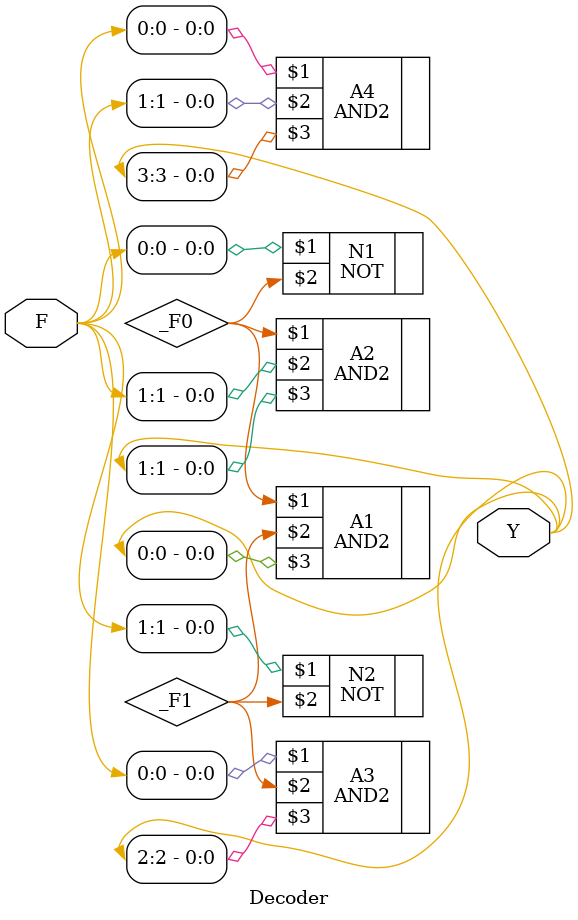
<source format=v>
`timescale 1ns / 1ps


module Decoder(
    input [0:1] F,
    output [0:3] Y
    );
    
    wire _F0, _F1;
    
    NOT N1 (F[0], _F0);
    NOT N2 (F[1], _F1);
    
    AND2 A1 (_F0, _F1, Y[0]);
    AND2 A2 (_F0, F[1], Y[1]);
    AND2 A3 (F[0], _F1, Y[2]);
    AND2 A4 (F[0], F[1], Y[3]);
endmodule

</source>
